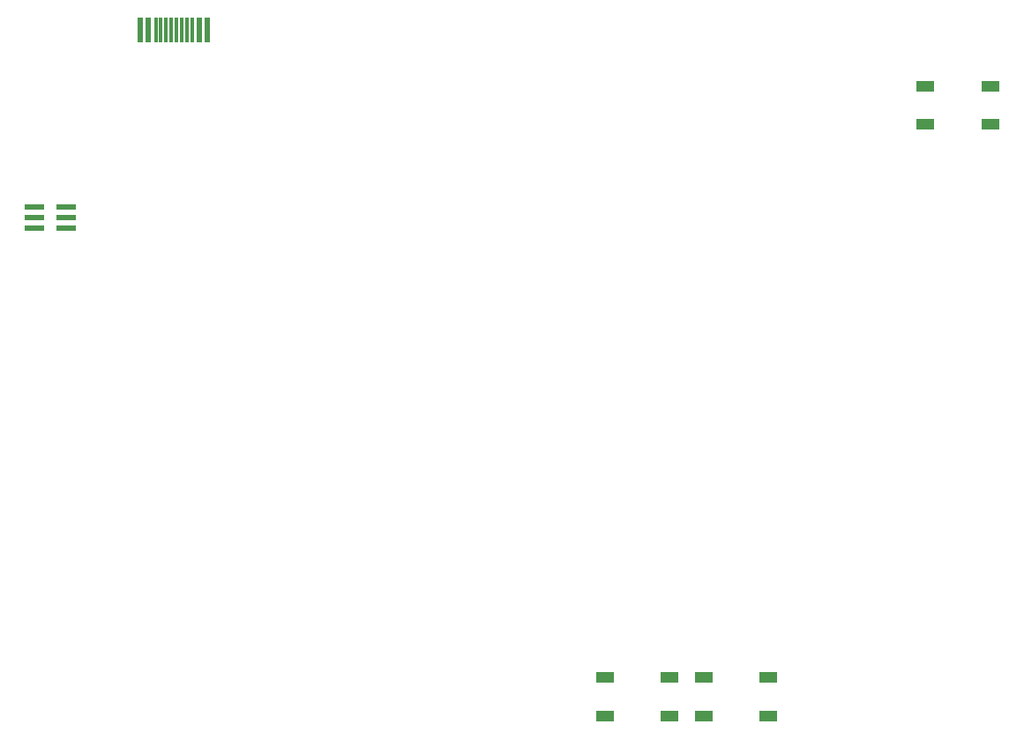
<source format=gbr>
%TF.GenerationSoftware,KiCad,Pcbnew,(5.1.9)-1*%
%TF.CreationDate,2021-03-28T16:49:31-07:00*%
%TF.ProjectId,millipad,6d696c6c-6970-4616-942e-6b696361645f,rev?*%
%TF.SameCoordinates,Original*%
%TF.FileFunction,Paste,Top*%
%TF.FilePolarity,Positive*%
%FSLAX46Y46*%
G04 Gerber Fmt 4.6, Leading zero omitted, Abs format (unit mm)*
G04 Created by KiCad (PCBNEW (5.1.9)-1) date 2021-03-28 16:49:31*
%MOMM*%
%LPD*%
G01*
G04 APERTURE LIST*
%ADD10R,1.800000X1.100000*%
%ADD11R,1.850000X0.500000*%
%ADD12R,0.600000X2.450000*%
%ADD13R,0.300000X2.450000*%
G04 APERTURE END LIST*
D10*
%TO.C,SW4*%
X138187500Y-108212500D03*
X144387500Y-104512500D03*
X138187500Y-104512500D03*
X144387500Y-108212500D03*
%TD*%
%TO.C,SW3*%
X128662500Y-108212500D03*
X134862500Y-104512500D03*
X128662500Y-104512500D03*
X134862500Y-108212500D03*
%TD*%
D11*
%TO.C,J1*%
X73881250Y-61325000D03*
X76931250Y-61325000D03*
X73881250Y-60325000D03*
X76931250Y-60325000D03*
X73881250Y-59325000D03*
X76931250Y-59325000D03*
%TD*%
D12*
%TO.C,USB1*%
X84087500Y-42326250D03*
X90537500Y-42326250D03*
X84862500Y-42326250D03*
X89762500Y-42326250D03*
D13*
X89062500Y-42326250D03*
X85562500Y-42326250D03*
X88562500Y-42326250D03*
X86062500Y-42326250D03*
X88062500Y-42326250D03*
X86562500Y-42326250D03*
X87062500Y-42326250D03*
X87562500Y-42326250D03*
%TD*%
D10*
%TO.C,SW1*%
X159460000Y-51380000D03*
X165660000Y-47680000D03*
X159460000Y-47680000D03*
X165660000Y-51380000D03*
%TD*%
M02*

</source>
